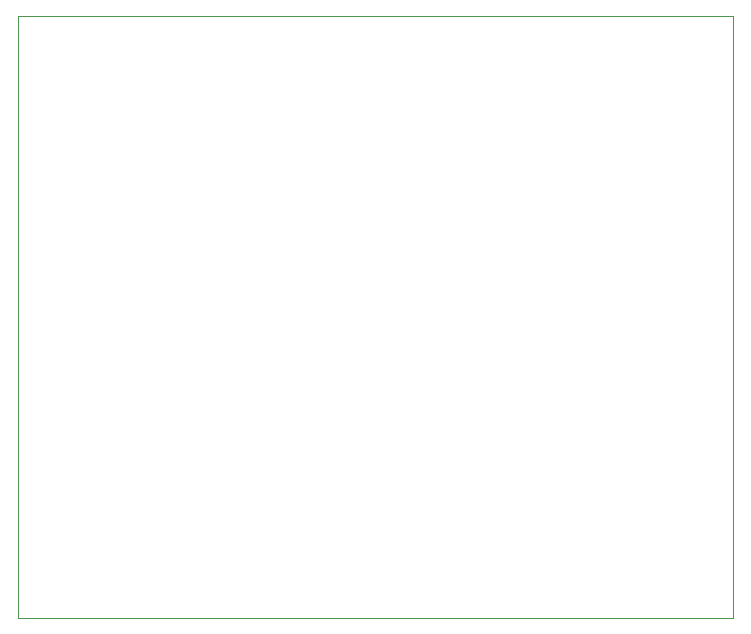
<source format=gbr>
%FSLAX46Y46*%
G04 Gerber Fmt 4.6, Leading zero omitted, Abs format (unit mm)*
G04 Created by KiCad (PCBNEW (2014-08-26 BZR 5101)-product) date 5/11/2014 11:05:25 AM*
%MOMM*%
G01*
G04 APERTURE LIST*
%ADD10C,0.100000*%
G04 APERTURE END LIST*
D10*
X121000000Y-45000000D02*
X121000000Y-46500000D01*
X181500000Y-45000000D02*
X121000000Y-45000000D01*
X121000000Y-96000000D02*
X121000000Y-46500000D01*
X181500000Y-96000000D02*
X121000000Y-96000000D01*
X181500000Y-45000000D02*
X181500000Y-96000000D01*
M02*

</source>
